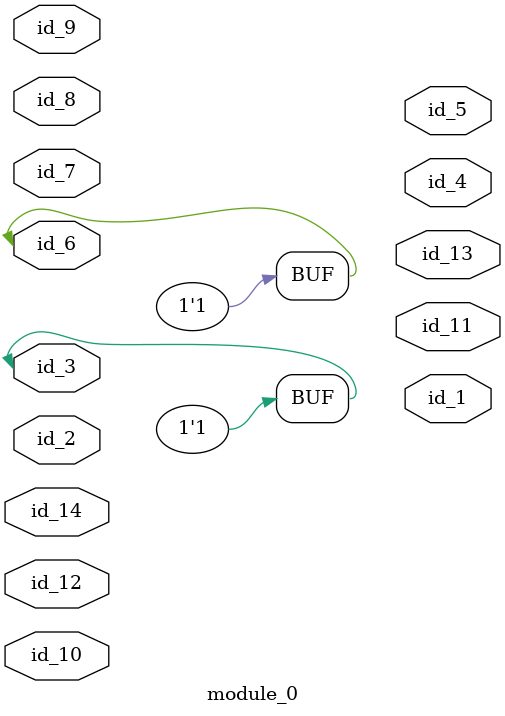
<source format=v>
module module_0 (
    id_1,
    id_2,
    id_3,
    id_4,
    id_5,
    id_6,
    id_7,
    id_8,
    id_9,
    id_10,
    id_11,
    id_12,
    id_13,
    id_14
);
  inout id_14;
  output id_13;
  inout id_12;
  output id_11;
  inout id_10;
  input id_9;
  input id_8;
  input id_7;
  inout id_6;
  output id_5;
  output id_4;
  inout id_3;
  inout id_2;
  output id_1;
  assign id_3 = 1;
  assign id_6[1'h0] = id_3;
endmodule

</source>
